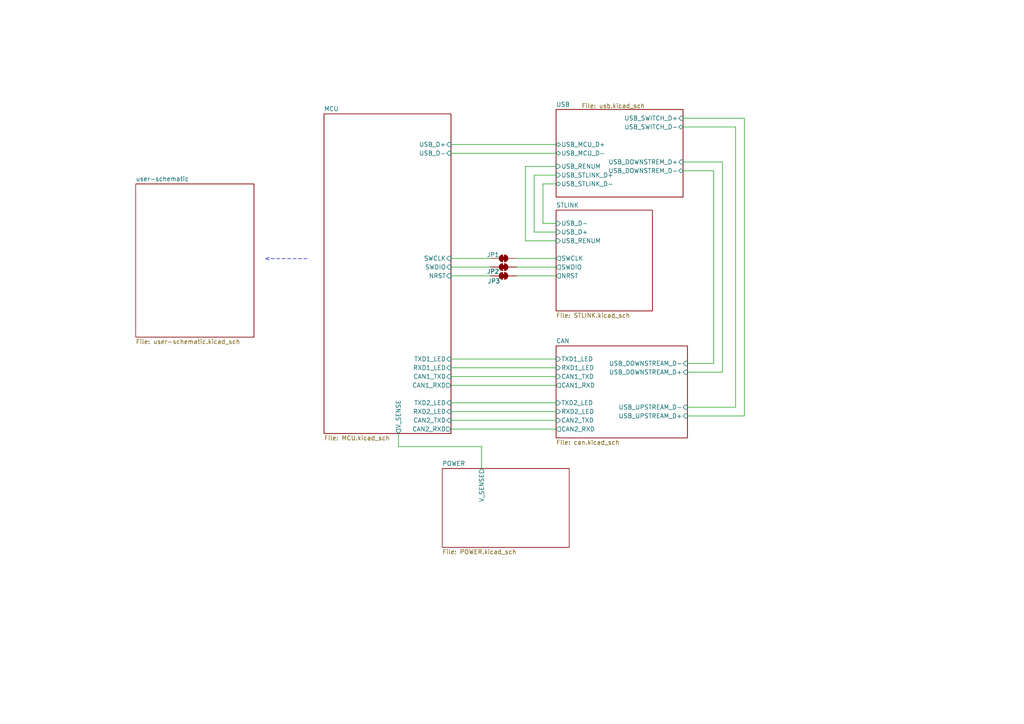
<source format=kicad_sch>
(kicad_sch (version 20231120) (generator "eeschema") (generator_version "8.0")
  (paper "A4")
  (title_block (title "Root schematic"))
  (lib_symbols
    (symbol "Jumper:SolderJumper_2_Bridged" (pin_numbers hide) (pin_names (offset 0) hide) (exclude_from_sim yes) (in_bom no)
      (property "Reference" "JP" (at 0 2.032 0))
      (property "Value" "SolderJumper_2_Bridged" (at 0 -2.54 0))
      (symbol "SolderJumper_2_Bridged_0_1"
        (rectangle (start -0.508 0.508) (end 0.508 -0.508) (fill (type outline)))
        (arc (start -0.254 1.016) (mid -1.2656 0) (end -0.254 -1.016))
        (arc (start -0.254 1.016) (mid -1.2656 0) (end -0.254 -1.016) (fill (type outline)))
        (polyline (pts (xy -0.254 1.016) (xy -0.254 -1.016)))
        (polyline (pts (xy 0.254 1.016) (xy 0.254 -1.016)))
        (arc (start 0.254 -1.016) (mid 1.2656 0) (end 0.254 1.016))
        (arc (start 0.254 -1.016) (mid 1.2656 0) (end 0.254 1.016) (fill (type outline)))
      )
      (symbol "SolderJumper_2_Bridged_1_1"
        (pin passive line (at -3.81 0 0) (length 2.54) (name "A") (number "1"))
        (pin passive line (at 3.81 0 180) (length 2.54) (name "B") (number "2"))
      )
    )
  )
  (wire (pts (xy 161.29 69.85) (xy 152.4 69.85)))
  (wire (pts (xy 130.81 124.46) (xy 161.29 124.46)))
  (wire (pts (xy 149.86 77.47) (xy 161.29 77.47)))
  (wire (pts (xy 198.12 46.99) (xy 209.55 46.99)))
  (wire (pts (xy 130.81 109.22) (xy 161.29 109.22)))
  (wire (pts (xy 207.01 105.41) (xy 207.01 49.53)))
  (wire (pts (xy 199.39 120.65) (xy 215.9 120.65)))
  (wire (pts (xy 152.4 69.85) (xy 152.4 48.26)))
  (wire (pts (xy 161.29 67.31) (xy 154.94 67.31)))
  (wire (pts (xy 130.81 106.68) (xy 161.29 106.68)))
  (wire (pts (xy 199.39 105.41) (xy 207.01 105.41)))
  (wire (pts (xy 115.57 125.73) (xy 115.57 129.54)))
  (wire (pts (xy 199.39 107.95) (xy 209.55 107.95)))
  (wire (pts (xy 130.81 104.14) (xy 161.29 104.14)))
  (wire (pts (xy 139.7 129.54) (xy 139.7 135.89)))
  (wire (pts (xy 130.81 116.84) (xy 161.29 116.84)))
  (wire (pts (xy 198.12 36.83) (xy 213.36 36.83)))
  (wire (pts (xy 154.94 50.8) (xy 161.29 50.8)))
  (wire (pts (xy 149.86 80.01) (xy 161.29 80.01)))
  (wire (pts (xy 198.12 34.29) (xy 215.9 34.29)))
  (wire (pts (xy 161.29 64.77) (xy 157.48 64.77)))
  (wire (pts (xy 115.57 129.54) (xy 139.7 129.54)))
  (wire (pts (xy 130.81 111.76) (xy 161.29 111.76)))
  (wire (pts (xy 157.48 64.77) (xy 157.48 53.34)))
  (wire (pts (xy 130.81 77.47) (xy 142.24 77.47)))
  (wire (pts (xy 152.4 48.26) (xy 161.29 48.26)))
  (wire (pts (xy 209.55 107.95) (xy 209.55 46.99)))
  (wire (pts (xy 198.12 49.53) (xy 207.01 49.53)))
  (wire (pts (xy 130.81 121.92) (xy 161.29 121.92)))
  (wire (pts (xy 213.36 118.11) (xy 213.36 36.83)))
  (wire (pts (xy 157.48 53.34) (xy 161.29 53.34)))
  (wire (pts (xy 199.39 118.11) (xy 213.36 118.11)))
  (wire (pts (xy 154.94 50.8) (xy 154.94 67.31)))
  (wire (pts (xy 215.9 120.65) (xy 215.9 34.29)))
  (wire (pts (xy 130.81 74.93) (xy 142.24 74.93)))
  (wire (pts (xy 149.86 74.93) (xy 161.29 74.93)))
  (wire (pts (xy 130.81 41.91) (xy 161.29 41.91)))
  (wire (pts (xy 130.81 80.01) (xy 142.24 80.01)))
  (wire (pts (xy 130.81 44.45) (xy 161.29 44.45)))
  (wire (pts (xy 130.81 119.38) (xy 161.29 119.38)))
  (text "<-------\n" (at 83.058 75.184 0) (effects (font (size 1.27 1.27))))
  (symbol (lib_id "Jumper:SolderJumper_2_Bridged") (at 146.05 80.01 0) (unit 1) (exclude_from_sim yes) (in_bom no)
    (property "Reference" "JP3" (at 143.256 81.534 0))
    (property "Value" "SolderJumper_2_Bridged" (effects (hide yes)))
    (property "Footprint" "Jumper:SolderJumper-2_P1.3mm_Open_RoundedPad1.0x1.5mm" (effects (hide yes)))
    (property "Description" "Solder Jumper, 2-pole, closed/bridged" (effects (hide yes)))
  )
  (symbol (lib_id "Jumper:SolderJumper_2_Bridged") (at 146.05 77.47 0) (unit 1) (exclude_from_sim yes) (in_bom no)
    (property "Reference" "JP2" (at 143.002 78.74 0))
    (property "Value" "SolderJumper_2_Bridged" (effects (hide yes)))
    (property "Footprint" "Jumper:SolderJumper-2_P1.3mm_Open_RoundedPad1.0x1.5mm" (effects (hide yes)))
    (property "Description" "Solder Jumper, 2-pole, closed/bridged" (effects (hide yes)))
  )
  (symbol (lib_id "Jumper:SolderJumper_2_Bridged") (at 146.05 74.93 0) (unit 1) (exclude_from_sim yes) (in_bom no)
    (property "Reference" "JP1" (at 143.002 73.914 0))
    (property "Value" "SolderJumper_2_Bridged" (effects (hide yes)))
    (property "Footprint" "Jumper:SolderJumper-2_P1.3mm_Open_RoundedPad1.0x1.5mm" (effects (hide yes)))
    (property "Description" "Solder Jumper, 2-pole, closed/bridged" (effects (hide yes)))
  )
  (sheet (at 161.29 31.75) (size 36.83 25.4) (stroke (width 0.1524))
    (property "Sheetname" "USB" (at 161.29 31.0384 0) (effects (justify left bottom)))
    (property "Sheetfile" "usb.kicad_sch" (at 168.656 29.972 0) (effects (justify left top)))
    (pin "USB_MCU_D-" bidirectional (at 161.29 44.45 180))
    (pin "USB_MCU_D+" bidirectional (at 161.29 41.91 180))
    (pin "USB_STLINK_D+" input (at 161.29 50.8 180))
    (pin "USB_STLINK_D-" bidirectional (at 161.29 53.34 180))
    (pin "USB_RENUM" input (at 161.29 48.26 180))
    (pin "USB_SWITCH_D-" bidirectional (at 198.12 36.83 0))
    (pin "USB_SWITCH_D+" input (at 198.12 34.29 0))
    (pin "USB_DOWNSTREM_D-" bidirectional (at 198.12 49.53 0))
    (pin "USB_DOWNSTREM_D+" input (at 198.12 46.99 0))
  )
  (sheet (at 128.27 135.89) (size 36.83 22.86) (stroke (width 0.1524))
    (property "Sheetname" "POWER" (at 128.27 135.1784 0) (effects (justify left bottom)))
    (property "Sheetfile" "POWER.kicad_sch" (at 128.27 159.3346 0) (effects (justify left top)))
    (pin "V_SENSE" output (at 139.7 135.89 90))
  )
  (sheet (at 93.98 33.02) (size 36.83 92.71) (stroke (width 0.1524))
    (property "Sheetname" "MCU" (at 93.98 32.3084 0) (effects (justify left bottom)))
    (property "Sheetfile" "MCU.kicad_sch" (at 93.98 126.3146 0) (effects (justify left top)))
    (pin "SWCLK" input (at 130.81 74.93 0))
    (pin "SWDIO" input (at 130.81 77.47 0))
    (pin "USB_D+" input (at 130.81 41.91 0))
    (pin "USB_D-" input (at 130.81 44.45 0))
    (pin "V_SENSE" output (at 115.57 125.73 270))
    (pin "NRST" input (at 130.81 80.01 0))
    (pin "TXD1_LED" input (at 130.81 104.14 0))
    (pin "RXD1_LED" input (at 130.81 106.68 0))
    (pin "CAN2_RXD" output (at 130.81 124.46 0))
    (pin "CAN1_RXD" output (at 130.81 111.76 0))
    (pin "CAN1_TXD" input (at 130.81 109.22 0))
    (pin "CAN2_TXD" input (at 130.81 121.92 0))
    (pin "TXD2_LED" input (at 130.81 116.84 0))
    (pin "RXD2_LED" input (at 130.81 119.38 0))
  )
  (sheet (at 161.29 100.33) (size 38.1 26.67) (stroke (width 0.1524))
    (property "Sheetname" "CAN" (at 161.29 99.6184 0) (effects (justify left bottom)))
    (property "Sheetfile" "can.kicad_sch" (at 161.29 127.5846 0) (effects (justify left top)))
    (pin "USB_DOWNSTREAM_D+" input (at 199.39 107.95 0))
    (pin "USB_DOWNSTREAM_D-" input (at 199.39 105.41 0))
    (pin "CAN1_TXD" input (at 161.29 109.22 180))
    (pin "CAN1_RXD" output (at 161.29 111.76 180))
    (pin "USB_UPSTREAM_D-" input (at 199.39 118.11 0))
    (pin "USB_UPSTREAM_D+" input (at 199.39 120.65 0))
    (pin "RXD2_LED" input (at 161.29 119.38 180))
    (pin "TXD2_LED" input (at 161.29 116.84 180))
    (pin "RXD1_LED" input (at 161.29 106.68 180))
    (pin "TXD1_LED" input (at 161.29 104.14 180))
    (pin "CAN2_RXD" output (at 161.29 124.46 180))
    (pin "CAN2_TXD" input (at 161.29 121.92 180))
  )
  (sheet (at 39.37 53.34) (size 34.29 44.45) (stroke (width 0.1524))
    (property "Sheetname" "user-schematic" (at 39.37 52.6284 0) (effects (justify left bottom)))
    (property "Sheetfile" "user-schematic.kicad_sch" (at 39.37 98.3746 0) (effects (justify left top)))
  )
  (sheet (at 161.29 60.96) (size 27.94 29.21) (stroke (width 0.1524))
    (property "Sheetname" "STLINK" (at 161.29 60.2484 0) (effects (justify left bottom)))
    (property "Sheetfile" "STLINK.kicad_sch" (at 161.29 90.7546 0) (effects (justify left top)))
    (pin "SWCLK" output (at 161.29 74.93 180))
    (pin "SWDIO" output (at 161.29 77.47 180))
    (pin "NRST" output (at 161.29 80.01 180))
    (pin "USB_D-" input (at 161.29 64.77 180))
    (pin "USB_RENUM" input (at 161.29 69.85 180))
    (pin "USB_D+" input (at 161.29 67.31 180))
  )
)
</source>
